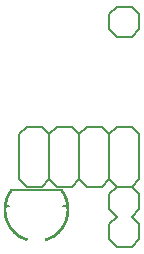
<source format=gtl>
G75*
%MOIN*%
%OFA0B0*%
%FSLAX25Y25*%
%IPPOS*%
%LPD*%
%AMOC8*
5,1,8,0,0,1.08239X$1,22.5*
%
%ADD10C,0.00600*%
%ADD11C,0.00800*%
%ADD12C,0.00070*%
%ADD13C,0.00700*%
D10*
X0019076Y0022550D02*
X0016576Y0025050D01*
X0016576Y0040050D01*
X0019076Y0042550D01*
X0024076Y0042550D01*
X0026576Y0040050D01*
X0026576Y0025050D01*
X0024076Y0022550D01*
X0019076Y0022550D01*
X0026576Y0025050D02*
X0029076Y0022550D01*
X0034076Y0022550D01*
X0036576Y0025050D01*
X0036576Y0040050D01*
X0034076Y0042550D01*
X0029076Y0042550D01*
X0026576Y0040050D01*
X0036576Y0040050D02*
X0039076Y0042550D01*
X0044076Y0042550D01*
X0046576Y0040050D01*
X0046576Y0025050D01*
X0044076Y0022550D01*
X0039076Y0022550D01*
X0036576Y0025050D01*
X0046576Y0025050D02*
X0049076Y0022550D01*
X0054076Y0022550D01*
X0056576Y0025050D01*
X0056576Y0040050D01*
X0054076Y0042550D01*
X0049076Y0042550D01*
X0046576Y0040050D01*
D11*
X0049076Y0022550D02*
X0054076Y0022550D01*
X0056576Y0020050D01*
X0056576Y0015050D01*
X0054076Y0012550D01*
X0056576Y0010050D01*
X0056576Y0005050D01*
X0054076Y0002550D01*
X0049076Y0002550D01*
X0046576Y0005050D01*
X0046576Y0010050D01*
X0049076Y0012550D01*
X0046576Y0015050D01*
X0046576Y0020050D01*
X0049076Y0022550D01*
X0049076Y0072550D02*
X0054076Y0072550D01*
X0056576Y0075050D01*
X0056576Y0080050D01*
X0054076Y0082550D01*
X0049076Y0082550D01*
X0046576Y0080050D01*
X0046576Y0075050D01*
X0049076Y0072550D01*
D12*
X0025422Y0004727D02*
X0025237Y0005329D01*
X0025237Y0005328D02*
X0025474Y0005405D01*
X0025709Y0005488D01*
X0025942Y0005577D01*
X0026172Y0005671D01*
X0026400Y0005771D01*
X0026626Y0005877D01*
X0026849Y0005987D01*
X0027069Y0006104D01*
X0027287Y0006226D01*
X0027501Y0006353D01*
X0027712Y0006485D01*
X0027920Y0006622D01*
X0028124Y0006765D01*
X0028325Y0006912D01*
X0028522Y0007064D01*
X0028716Y0007221D01*
X0028905Y0007383D01*
X0029091Y0007549D01*
X0029272Y0007720D01*
X0029449Y0007895D01*
X0029622Y0008074D01*
X0029790Y0008258D01*
X0029954Y0008445D01*
X0030114Y0008637D01*
X0030268Y0008832D01*
X0030418Y0009032D01*
X0030562Y0009234D01*
X0030702Y0009441D01*
X0030837Y0009650D01*
X0030966Y0009863D01*
X0031090Y0010079D01*
X0031209Y0010298D01*
X0031323Y0010519D01*
X0031431Y0010744D01*
X0031533Y0010971D01*
X0031630Y0011200D01*
X0031722Y0011432D01*
X0031807Y0011666D01*
X0031887Y0011902D01*
X0031961Y0012140D01*
X0032030Y0012379D01*
X0032092Y0012620D01*
X0032148Y0012863D01*
X0032199Y0013107D01*
X0032243Y0013352D01*
X0032282Y0013598D01*
X0032314Y0013845D01*
X0032341Y0014093D01*
X0032361Y0014341D01*
X0032376Y0014590D01*
X0032384Y0014839D01*
X0032386Y0015088D01*
X0032382Y0015337D01*
X0032372Y0015586D01*
X0032356Y0015834D01*
X0032334Y0016082D01*
X0032305Y0016330D01*
X0032271Y0016577D01*
X0032231Y0016822D01*
X0032184Y0017067D01*
X0032132Y0017311D01*
X0032074Y0017553D01*
X0032009Y0017794D01*
X0031939Y0018033D01*
X0031864Y0018270D01*
X0031782Y0018505D01*
X0031695Y0018739D01*
X0031602Y0018970D01*
X0031503Y0019198D01*
X0031399Y0019425D01*
X0031289Y0019648D01*
X0031174Y0019869D01*
X0031053Y0020087D01*
X0030927Y0020302D01*
X0030796Y0020514D01*
X0030660Y0020722D01*
X0030519Y0020928D01*
X0030373Y0021129D01*
X0030222Y0021327D01*
X0030716Y0021717D01*
X0030877Y0021507D01*
X0031032Y0021293D01*
X0031182Y0021075D01*
X0031327Y0020854D01*
X0031466Y0020629D01*
X0031600Y0020400D01*
X0031728Y0020169D01*
X0031850Y0019934D01*
X0031967Y0019697D01*
X0032078Y0019456D01*
X0032182Y0019214D01*
X0032281Y0018968D01*
X0032374Y0018720D01*
X0032461Y0018470D01*
X0032541Y0018218D01*
X0032616Y0017965D01*
X0032684Y0017709D01*
X0032746Y0017452D01*
X0032802Y0017193D01*
X0032851Y0016933D01*
X0032894Y0016672D01*
X0032930Y0016410D01*
X0032960Y0016147D01*
X0032984Y0015884D01*
X0033001Y0015620D01*
X0033012Y0015355D01*
X0033016Y0015091D01*
X0033014Y0014826D01*
X0033005Y0014562D01*
X0032990Y0014298D01*
X0032968Y0014034D01*
X0032940Y0013771D01*
X0032906Y0013509D01*
X0032865Y0013247D01*
X0032817Y0012987D01*
X0032764Y0012728D01*
X0032704Y0012470D01*
X0032638Y0012214D01*
X0032565Y0011960D01*
X0032486Y0011707D01*
X0032402Y0011457D01*
X0032311Y0011208D01*
X0032214Y0010962D01*
X0032111Y0010718D01*
X0032002Y0010477D01*
X0031887Y0010239D01*
X0031766Y0010003D01*
X0031640Y0009771D01*
X0031508Y0009542D01*
X0031371Y0009316D01*
X0031228Y0009093D01*
X0031079Y0008874D01*
X0030925Y0008659D01*
X0030766Y0008447D01*
X0030602Y0008240D01*
X0030433Y0008036D01*
X0030259Y0007837D01*
X0030080Y0007642D01*
X0029897Y0007451D01*
X0029709Y0007265D01*
X0029516Y0007084D01*
X0029319Y0006908D01*
X0029118Y0006736D01*
X0028912Y0006569D01*
X0028703Y0006408D01*
X0028489Y0006251D01*
X0028272Y0006100D01*
X0028052Y0005954D01*
X0027827Y0005814D01*
X0027600Y0005679D01*
X0027369Y0005550D01*
X0027135Y0005426D01*
X0026898Y0005308D01*
X0026658Y0005196D01*
X0026416Y0005090D01*
X0026171Y0004990D01*
X0025924Y0004896D01*
X0025674Y0004808D01*
X0025423Y0004726D01*
X0025403Y0004789D01*
X0025653Y0004871D01*
X0025901Y0004958D01*
X0026147Y0005052D01*
X0026391Y0005151D01*
X0026631Y0005257D01*
X0026870Y0005368D01*
X0027105Y0005485D01*
X0027338Y0005608D01*
X0027567Y0005736D01*
X0027793Y0005870D01*
X0028016Y0006010D01*
X0028235Y0006155D01*
X0028451Y0006305D01*
X0028663Y0006460D01*
X0028871Y0006621D01*
X0029076Y0006787D01*
X0029276Y0006957D01*
X0029471Y0007133D01*
X0029663Y0007313D01*
X0029850Y0007498D01*
X0030032Y0007687D01*
X0030210Y0007881D01*
X0030383Y0008079D01*
X0030551Y0008281D01*
X0030714Y0008488D01*
X0030872Y0008698D01*
X0031025Y0008912D01*
X0031173Y0009129D01*
X0031315Y0009351D01*
X0031451Y0009575D01*
X0031582Y0009803D01*
X0031708Y0010034D01*
X0031828Y0010268D01*
X0031942Y0010505D01*
X0032050Y0010745D01*
X0032153Y0010987D01*
X0032249Y0011232D01*
X0032339Y0011479D01*
X0032424Y0011728D01*
X0032502Y0011979D01*
X0032574Y0012231D01*
X0032640Y0012486D01*
X0032699Y0012742D01*
X0032753Y0013000D01*
X0032800Y0013258D01*
X0032840Y0013518D01*
X0032875Y0013779D01*
X0032902Y0014040D01*
X0032924Y0014302D01*
X0032939Y0014565D01*
X0032948Y0014828D01*
X0032950Y0015091D01*
X0032946Y0015353D01*
X0032935Y0015616D01*
X0032918Y0015879D01*
X0032895Y0016140D01*
X0032865Y0016402D01*
X0032828Y0016662D01*
X0032786Y0016922D01*
X0032737Y0017180D01*
X0032682Y0017437D01*
X0032620Y0017693D01*
X0032552Y0017947D01*
X0032478Y0018199D01*
X0032398Y0018449D01*
X0032312Y0018698D01*
X0032220Y0018944D01*
X0032122Y0019188D01*
X0032017Y0019429D01*
X0031907Y0019668D01*
X0031791Y0019904D01*
X0031670Y0020137D01*
X0031543Y0020367D01*
X0031410Y0020594D01*
X0031271Y0020818D01*
X0031128Y0021038D01*
X0030978Y0021255D01*
X0030824Y0021467D01*
X0030664Y0021676D01*
X0030613Y0021636D01*
X0030771Y0021428D01*
X0030925Y0021216D01*
X0031073Y0021001D01*
X0031216Y0020782D01*
X0031353Y0020560D01*
X0031485Y0020335D01*
X0031612Y0020106D01*
X0031733Y0019874D01*
X0031848Y0019640D01*
X0031957Y0019402D01*
X0032061Y0019162D01*
X0032158Y0018920D01*
X0032250Y0018675D01*
X0032336Y0018428D01*
X0032415Y0018180D01*
X0032489Y0017929D01*
X0032556Y0017676D01*
X0032617Y0017422D01*
X0032672Y0017167D01*
X0032721Y0016910D01*
X0032763Y0016652D01*
X0032799Y0016393D01*
X0032829Y0016134D01*
X0032852Y0015873D01*
X0032869Y0015613D01*
X0032880Y0015352D01*
X0032884Y0015090D01*
X0032882Y0014829D01*
X0032873Y0014568D01*
X0032858Y0014307D01*
X0032837Y0014046D01*
X0032809Y0013787D01*
X0032775Y0013527D01*
X0032735Y0013269D01*
X0032688Y0013012D01*
X0032635Y0012756D01*
X0032576Y0012502D01*
X0032510Y0012249D01*
X0032439Y0011997D01*
X0032361Y0011748D01*
X0032277Y0011500D01*
X0032187Y0011255D01*
X0032091Y0011012D01*
X0031990Y0010771D01*
X0031882Y0010533D01*
X0031769Y0010298D01*
X0031650Y0010065D01*
X0031525Y0009835D01*
X0031395Y0009609D01*
X0031259Y0009386D01*
X0031117Y0009166D01*
X0030971Y0008950D01*
X0030819Y0008737D01*
X0030662Y0008528D01*
X0030500Y0008323D01*
X0030333Y0008122D01*
X0030161Y0007925D01*
X0029984Y0007733D01*
X0029803Y0007544D01*
X0029617Y0007361D01*
X0029427Y0007182D01*
X0029232Y0007007D01*
X0029033Y0006838D01*
X0028831Y0006673D01*
X0028624Y0006513D01*
X0028413Y0006359D01*
X0028199Y0006209D01*
X0027980Y0006065D01*
X0027759Y0005927D01*
X0027534Y0005793D01*
X0027306Y0005666D01*
X0027075Y0005544D01*
X0026841Y0005427D01*
X0026604Y0005317D01*
X0026365Y0005212D01*
X0026123Y0005113D01*
X0025879Y0005020D01*
X0025632Y0004933D01*
X0025384Y0004852D01*
X0025365Y0004915D01*
X0025611Y0004996D01*
X0025856Y0005082D01*
X0026099Y0005174D01*
X0026339Y0005273D01*
X0026577Y0005377D01*
X0026813Y0005487D01*
X0027045Y0005603D01*
X0027275Y0005724D01*
X0027501Y0005851D01*
X0027725Y0005983D01*
X0027945Y0006121D01*
X0028162Y0006264D01*
X0028375Y0006413D01*
X0028584Y0006566D01*
X0028790Y0006725D01*
X0028991Y0006888D01*
X0029189Y0007057D01*
X0029382Y0007230D01*
X0029571Y0007408D01*
X0029756Y0007591D01*
X0029936Y0007778D01*
X0030112Y0007969D01*
X0030283Y0008165D01*
X0030449Y0008365D01*
X0030610Y0008568D01*
X0030766Y0008776D01*
X0030917Y0008987D01*
X0031062Y0009202D01*
X0031203Y0009421D01*
X0031338Y0009643D01*
X0031467Y0009868D01*
X0031591Y0010096D01*
X0031710Y0010327D01*
X0031822Y0010561D01*
X0031929Y0010798D01*
X0032030Y0011037D01*
X0032126Y0011279D01*
X0032215Y0011522D01*
X0032298Y0011768D01*
X0032375Y0012016D01*
X0032447Y0012266D01*
X0032512Y0012518D01*
X0032570Y0012770D01*
X0032623Y0013025D01*
X0032669Y0013280D01*
X0032710Y0013537D01*
X0032743Y0013794D01*
X0032771Y0014053D01*
X0032792Y0014311D01*
X0032807Y0014571D01*
X0032816Y0014830D01*
X0032818Y0015090D01*
X0032814Y0015350D01*
X0032803Y0015609D01*
X0032786Y0015868D01*
X0032763Y0016127D01*
X0032734Y0016385D01*
X0032698Y0016642D01*
X0032656Y0016898D01*
X0032608Y0017154D01*
X0032553Y0017407D01*
X0032492Y0017660D01*
X0032425Y0017911D01*
X0032352Y0018160D01*
X0032273Y0018407D01*
X0032188Y0018653D01*
X0032097Y0018896D01*
X0032000Y0019137D01*
X0031897Y0019375D01*
X0031788Y0019611D01*
X0031674Y0019844D01*
X0031554Y0020075D01*
X0031428Y0020302D01*
X0031297Y0020526D01*
X0031160Y0020747D01*
X0031018Y0020964D01*
X0030871Y0021178D01*
X0030718Y0021388D01*
X0030561Y0021595D01*
X0030509Y0021554D01*
X0030666Y0021349D01*
X0030817Y0021140D01*
X0030963Y0020927D01*
X0031105Y0020711D01*
X0031240Y0020492D01*
X0031371Y0020269D01*
X0031496Y0020043D01*
X0031615Y0019814D01*
X0031729Y0019583D01*
X0031837Y0019348D01*
X0031939Y0019111D01*
X0032035Y0018872D01*
X0032126Y0018630D01*
X0032211Y0018386D01*
X0032289Y0018141D01*
X0032362Y0017893D01*
X0032428Y0017644D01*
X0032489Y0017393D01*
X0032543Y0017140D01*
X0032591Y0016887D01*
X0032633Y0016632D01*
X0032668Y0016377D01*
X0032698Y0016120D01*
X0032721Y0015863D01*
X0032737Y0015606D01*
X0032748Y0015348D01*
X0032752Y0015090D01*
X0032750Y0014832D01*
X0032741Y0014574D01*
X0032726Y0014316D01*
X0032705Y0014059D01*
X0032678Y0013802D01*
X0032644Y0013546D01*
X0032604Y0013291D01*
X0032558Y0013037D01*
X0032506Y0012785D01*
X0032447Y0012533D01*
X0032383Y0012283D01*
X0032312Y0012035D01*
X0032235Y0011789D01*
X0032153Y0011544D01*
X0032064Y0011302D01*
X0031969Y0011062D01*
X0031869Y0010824D01*
X0031763Y0010589D01*
X0031651Y0010356D01*
X0031533Y0010127D01*
X0031410Y0009900D01*
X0031281Y0009676D01*
X0031147Y0009456D01*
X0031007Y0009239D01*
X0030863Y0009025D01*
X0030713Y0008815D01*
X0030558Y0008609D01*
X0030398Y0008406D01*
X0030233Y0008208D01*
X0030063Y0008013D01*
X0029888Y0007823D01*
X0029709Y0007637D01*
X0029526Y0007456D01*
X0029338Y0007279D01*
X0029146Y0007107D01*
X0028949Y0006939D01*
X0028749Y0006777D01*
X0028545Y0006619D01*
X0028336Y0006466D01*
X0028125Y0006319D01*
X0027909Y0006177D01*
X0027691Y0006040D01*
X0027469Y0005908D01*
X0027243Y0005782D01*
X0027015Y0005661D01*
X0026784Y0005546D01*
X0026550Y0005437D01*
X0026314Y0005334D01*
X0026075Y0005236D01*
X0025834Y0005144D01*
X0025590Y0005058D01*
X0025345Y0004978D01*
X0025326Y0005041D01*
X0025569Y0005121D01*
X0025811Y0005206D01*
X0026051Y0005297D01*
X0026288Y0005395D01*
X0026523Y0005497D01*
X0026756Y0005606D01*
X0026985Y0005720D01*
X0027212Y0005840D01*
X0027436Y0005965D01*
X0027656Y0006096D01*
X0027874Y0006232D01*
X0028088Y0006374D01*
X0028298Y0006520D01*
X0028505Y0006672D01*
X0028708Y0006828D01*
X0028907Y0006990D01*
X0029102Y0007156D01*
X0029293Y0007328D01*
X0029480Y0007503D01*
X0029662Y0007684D01*
X0029840Y0007868D01*
X0030014Y0008057D01*
X0030182Y0008251D01*
X0030346Y0008448D01*
X0030505Y0008649D01*
X0030659Y0008854D01*
X0030808Y0009063D01*
X0030952Y0009275D01*
X0031091Y0009491D01*
X0031224Y0009710D01*
X0031352Y0009932D01*
X0031475Y0010158D01*
X0031591Y0010386D01*
X0031703Y0010617D01*
X0031808Y0010851D01*
X0031908Y0011087D01*
X0032002Y0011325D01*
X0032090Y0011566D01*
X0032173Y0011809D01*
X0032249Y0012054D01*
X0032319Y0012301D01*
X0032383Y0012549D01*
X0032441Y0012799D01*
X0032493Y0013050D01*
X0032539Y0013302D01*
X0032579Y0013556D01*
X0032612Y0013810D01*
X0032640Y0014065D01*
X0032661Y0014320D01*
X0032675Y0014577D01*
X0032684Y0014833D01*
X0032686Y0015089D01*
X0032682Y0015346D01*
X0032671Y0015602D01*
X0032655Y0015858D01*
X0032632Y0016113D01*
X0032603Y0016368D01*
X0032567Y0016622D01*
X0032526Y0016875D01*
X0032478Y0017127D01*
X0032424Y0017378D01*
X0032364Y0017627D01*
X0032298Y0017875D01*
X0032226Y0018121D01*
X0032148Y0018365D01*
X0032064Y0018608D01*
X0031974Y0018848D01*
X0031878Y0019086D01*
X0031777Y0019321D01*
X0031669Y0019554D01*
X0031556Y0019784D01*
X0031438Y0020012D01*
X0031314Y0020236D01*
X0031184Y0020458D01*
X0031049Y0020676D01*
X0030909Y0020890D01*
X0030763Y0021102D01*
X0030613Y0021309D01*
X0030457Y0021513D01*
X0030405Y0021472D01*
X0030560Y0021270D01*
X0030710Y0021063D01*
X0030854Y0020853D01*
X0030993Y0020640D01*
X0031128Y0020423D01*
X0031256Y0020203D01*
X0031380Y0019980D01*
X0031497Y0019754D01*
X0031610Y0019526D01*
X0031716Y0019294D01*
X0031817Y0019060D01*
X0031913Y0018824D01*
X0032002Y0018585D01*
X0032085Y0018344D01*
X0032163Y0018102D01*
X0032235Y0017857D01*
X0032300Y0017611D01*
X0032360Y0017363D01*
X0032414Y0017114D01*
X0032461Y0016864D01*
X0032502Y0016612D01*
X0032537Y0016360D01*
X0032566Y0016107D01*
X0032589Y0015853D01*
X0032606Y0015598D01*
X0032616Y0015344D01*
X0032620Y0015089D01*
X0032618Y0014834D01*
X0032609Y0014579D01*
X0032595Y0014325D01*
X0032574Y0014071D01*
X0032547Y0013818D01*
X0032514Y0013565D01*
X0032474Y0013313D01*
X0032429Y0013062D01*
X0032377Y0012813D01*
X0032319Y0012565D01*
X0032255Y0012318D01*
X0032186Y0012073D01*
X0032110Y0011830D01*
X0032028Y0011588D01*
X0031940Y0011349D01*
X0031847Y0011112D01*
X0031748Y0010877D01*
X0031643Y0010645D01*
X0031532Y0010415D01*
X0031416Y0010188D01*
X0031295Y0009964D01*
X0031167Y0009744D01*
X0031035Y0009526D01*
X0030897Y0009311D01*
X0030754Y0009100D01*
X0030606Y0008893D01*
X0030453Y0008689D01*
X0030295Y0008489D01*
X0030132Y0008293D01*
X0029965Y0008101D01*
X0029792Y0007914D01*
X0029616Y0007730D01*
X0029434Y0007551D01*
X0029249Y0007376D01*
X0029059Y0007206D01*
X0028865Y0007041D01*
X0028667Y0006880D01*
X0028465Y0006725D01*
X0028260Y0006574D01*
X0028051Y0006428D01*
X0027838Y0006288D01*
X0027622Y0006152D01*
X0027403Y0006023D01*
X0027181Y0005898D01*
X0026955Y0005779D01*
X0026727Y0005665D01*
X0026496Y0005558D01*
X0026263Y0005455D01*
X0026027Y0005359D01*
X0025789Y0005268D01*
X0025548Y0005183D01*
X0025306Y0005104D01*
X0025287Y0005168D01*
X0025527Y0005246D01*
X0025766Y0005330D01*
X0026003Y0005420D01*
X0026237Y0005516D01*
X0026469Y0005618D01*
X0026699Y0005725D01*
X0026925Y0005838D01*
X0027149Y0005956D01*
X0027370Y0006080D01*
X0027588Y0006209D01*
X0027803Y0006343D01*
X0028014Y0006483D01*
X0028222Y0006628D01*
X0028426Y0006777D01*
X0028626Y0006932D01*
X0028823Y0007092D01*
X0029016Y0007256D01*
X0029204Y0007425D01*
X0029389Y0007599D01*
X0029569Y0007777D01*
X0029744Y0007959D01*
X0029915Y0008146D01*
X0030082Y0008336D01*
X0030244Y0008531D01*
X0030401Y0008730D01*
X0030553Y0008932D01*
X0030700Y0009138D01*
X0030842Y0009348D01*
X0030979Y0009561D01*
X0031111Y0009777D01*
X0031237Y0009997D01*
X0031358Y0010219D01*
X0031473Y0010445D01*
X0031583Y0010673D01*
X0031687Y0010904D01*
X0031786Y0011137D01*
X0031879Y0011372D01*
X0031966Y0011610D01*
X0032047Y0011850D01*
X0032122Y0012092D01*
X0032192Y0012335D01*
X0032255Y0012580D01*
X0032313Y0012827D01*
X0032364Y0013075D01*
X0032409Y0013324D01*
X0032448Y0013574D01*
X0032481Y0013825D01*
X0032508Y0014077D01*
X0032529Y0014330D01*
X0032543Y0014582D01*
X0032552Y0014835D01*
X0032554Y0015089D01*
X0032550Y0015342D01*
X0032540Y0015595D01*
X0032523Y0015848D01*
X0032501Y0016100D01*
X0032472Y0016351D01*
X0032437Y0016602D01*
X0032396Y0016852D01*
X0032349Y0017101D01*
X0032296Y0017348D01*
X0032236Y0017595D01*
X0032171Y0017839D01*
X0032100Y0018082D01*
X0032023Y0018323D01*
X0031940Y0018563D01*
X0031851Y0018800D01*
X0031756Y0019035D01*
X0031656Y0019267D01*
X0031550Y0019497D01*
X0031439Y0019725D01*
X0031322Y0019949D01*
X0031199Y0020171D01*
X0031071Y0020389D01*
X0030938Y0020604D01*
X0030799Y0020817D01*
X0030656Y0021025D01*
X0030507Y0021230D01*
X0030353Y0021431D01*
X0030302Y0021390D01*
X0030454Y0021190D01*
X0030602Y0020987D01*
X0030745Y0020780D01*
X0030882Y0020569D01*
X0031015Y0020355D01*
X0031142Y0020138D01*
X0031263Y0019918D01*
X0031380Y0019695D01*
X0031491Y0019469D01*
X0031596Y0019240D01*
X0031696Y0019009D01*
X0031790Y0018776D01*
X0031878Y0018540D01*
X0031960Y0018302D01*
X0032037Y0018063D01*
X0032108Y0017821D01*
X0032172Y0017578D01*
X0032231Y0017334D01*
X0032284Y0017088D01*
X0032331Y0016840D01*
X0032372Y0016592D01*
X0032406Y0016343D01*
X0032435Y0016093D01*
X0032457Y0015842D01*
X0032474Y0015591D01*
X0032484Y0015340D01*
X0032488Y0015088D01*
X0032486Y0014837D01*
X0032477Y0014585D01*
X0032463Y0014334D01*
X0032442Y0014083D01*
X0032416Y0013833D01*
X0032383Y0013584D01*
X0032344Y0013335D01*
X0032299Y0013088D01*
X0032248Y0012841D01*
X0032191Y0012596D01*
X0032128Y0012353D01*
X0032059Y0012111D01*
X0031984Y0011870D01*
X0031904Y0011632D01*
X0031817Y0011396D01*
X0031725Y0011162D01*
X0031627Y0010930D01*
X0031523Y0010701D01*
X0031414Y0010474D01*
X0031300Y0010250D01*
X0031179Y0010029D01*
X0031054Y0009811D01*
X0030923Y0009596D01*
X0030787Y0009384D01*
X0030646Y0009176D01*
X0030500Y0008971D01*
X0030349Y0008770D01*
X0030193Y0008573D01*
X0030032Y0008379D01*
X0029866Y0008190D01*
X0029696Y0008004D01*
X0029522Y0007823D01*
X0029343Y0007646D01*
X0029160Y0007474D01*
X0028972Y0007306D01*
X0028781Y0007143D01*
X0028585Y0006984D01*
X0028386Y0006830D01*
X0028183Y0006681D01*
X0027977Y0006538D01*
X0027767Y0006399D01*
X0027554Y0006265D01*
X0027337Y0006137D01*
X0027118Y0006014D01*
X0026895Y0005897D01*
X0026670Y0005785D01*
X0026442Y0005678D01*
X0026212Y0005577D01*
X0025979Y0005482D01*
X0025744Y0005392D01*
X0025506Y0005309D01*
X0025267Y0005231D01*
X0025248Y0005294D01*
X0025485Y0005371D01*
X0025721Y0005454D01*
X0025955Y0005543D01*
X0026186Y0005638D01*
X0026415Y0005738D01*
X0026642Y0005844D01*
X0026865Y0005955D01*
X0027086Y0006072D01*
X0027305Y0006194D01*
X0027520Y0006322D01*
X0027731Y0006454D01*
X0027940Y0006592D01*
X0028145Y0006735D01*
X0028347Y0006883D01*
X0028545Y0007036D01*
X0028739Y0007193D01*
X0028929Y0007356D01*
X0029115Y0007522D01*
X0029297Y0007694D01*
X0029475Y0007869D01*
X0029648Y0008050D01*
X0029817Y0008234D01*
X0029982Y0008422D01*
X0030141Y0008614D01*
X0030296Y0008810D01*
X0030447Y0009010D01*
X0030592Y0009214D01*
X0030732Y0009421D01*
X0030867Y0009631D01*
X0030997Y0009845D01*
X0031122Y0010061D01*
X0031241Y0010281D01*
X0031355Y0010503D01*
X0031464Y0010729D01*
X0031566Y0010956D01*
X0031664Y0011187D01*
X0031755Y0011419D01*
X0031841Y0011654D01*
X0031922Y0011891D01*
X0031996Y0012129D01*
X0032064Y0012370D01*
X0032127Y0012612D01*
X0032184Y0012855D01*
X0032234Y0013100D01*
X0032279Y0013346D01*
X0032318Y0013593D01*
X0032350Y0013841D01*
X0032377Y0014089D01*
X0032397Y0014339D01*
X0032412Y0014588D01*
X0032420Y0014838D01*
X0032422Y0015088D01*
X0032418Y0015338D01*
X0032408Y0015588D01*
X0032392Y0015837D01*
X0032369Y0016086D01*
X0032341Y0016335D01*
X0032307Y0016582D01*
X0032266Y0016829D01*
X0032220Y0017074D01*
X0032167Y0017319D01*
X0032109Y0017562D01*
X0032044Y0017803D01*
X0031974Y0018043D01*
X0031898Y0018281D01*
X0031816Y0018518D01*
X0031728Y0018752D01*
X0031635Y0018984D01*
X0031536Y0019213D01*
X0031431Y0019440D01*
X0031321Y0019665D01*
X0031205Y0019886D01*
X0031084Y0020105D01*
X0030958Y0020321D01*
X0030827Y0020533D01*
X0030690Y0020743D01*
X0030548Y0020949D01*
X0030401Y0021151D01*
X0030250Y0021350D01*
X0013684Y0021717D02*
X0014179Y0021327D01*
X0014179Y0021328D02*
X0014027Y0021129D01*
X0013881Y0020928D01*
X0013740Y0020723D01*
X0013604Y0020514D01*
X0013473Y0020302D01*
X0013347Y0020087D01*
X0013226Y0019869D01*
X0013111Y0019648D01*
X0013001Y0019425D01*
X0012897Y0019199D01*
X0012799Y0018970D01*
X0012705Y0018739D01*
X0012618Y0018505D01*
X0012536Y0018270D01*
X0012461Y0018033D01*
X0012391Y0017794D01*
X0012326Y0017553D01*
X0012268Y0017311D01*
X0012216Y0017067D01*
X0012169Y0016823D01*
X0012129Y0016577D01*
X0012095Y0016330D01*
X0012066Y0016083D01*
X0012044Y0015835D01*
X0012028Y0015586D01*
X0012018Y0015337D01*
X0012014Y0015088D01*
X0012016Y0014839D01*
X0012024Y0014590D01*
X0012039Y0014341D01*
X0012059Y0014093D01*
X0012085Y0013845D01*
X0012118Y0013598D01*
X0012156Y0013352D01*
X0012201Y0013107D01*
X0012252Y0012863D01*
X0012308Y0012621D01*
X0012370Y0012379D01*
X0012439Y0012140D01*
X0012513Y0011902D01*
X0012593Y0011666D01*
X0012678Y0011432D01*
X0012770Y0011200D01*
X0012866Y0010971D01*
X0012969Y0010744D01*
X0013077Y0010520D01*
X0013191Y0010298D01*
X0013310Y0010079D01*
X0013434Y0009863D01*
X0013563Y0009650D01*
X0013698Y0009441D01*
X0013838Y0009234D01*
X0013982Y0009032D01*
X0014132Y0008833D01*
X0014286Y0008637D01*
X0014446Y0008446D01*
X0014609Y0008258D01*
X0014778Y0008074D01*
X0014951Y0007895D01*
X0015128Y0007720D01*
X0015309Y0007549D01*
X0015495Y0007383D01*
X0015684Y0007221D01*
X0015878Y0007064D01*
X0016075Y0006912D01*
X0016276Y0006765D01*
X0016480Y0006622D01*
X0016688Y0006485D01*
X0016899Y0006353D01*
X0017113Y0006226D01*
X0017331Y0006104D01*
X0017551Y0005988D01*
X0017774Y0005877D01*
X0017999Y0005771D01*
X0018228Y0005671D01*
X0018458Y0005577D01*
X0018691Y0005488D01*
X0018926Y0005405D01*
X0019163Y0005328D01*
X0018977Y0004727D01*
X0018977Y0004726D01*
X0018725Y0004808D01*
X0018476Y0004896D01*
X0018229Y0004990D01*
X0017984Y0005090D01*
X0017741Y0005196D01*
X0017502Y0005308D01*
X0017265Y0005426D01*
X0017031Y0005550D01*
X0016800Y0005679D01*
X0016572Y0005814D01*
X0016348Y0005954D01*
X0016128Y0006100D01*
X0015910Y0006251D01*
X0015697Y0006408D01*
X0015488Y0006569D01*
X0015282Y0006736D01*
X0015081Y0006908D01*
X0014884Y0007084D01*
X0014691Y0007266D01*
X0014503Y0007452D01*
X0014319Y0007642D01*
X0014141Y0007837D01*
X0013967Y0008036D01*
X0013798Y0008240D01*
X0013633Y0008447D01*
X0013474Y0008659D01*
X0013321Y0008874D01*
X0013172Y0009093D01*
X0013029Y0009316D01*
X0012892Y0009542D01*
X0012760Y0009771D01*
X0012634Y0010004D01*
X0012513Y0010239D01*
X0012398Y0010477D01*
X0012289Y0010718D01*
X0012186Y0010962D01*
X0012089Y0011208D01*
X0011998Y0011457D01*
X0011914Y0011707D01*
X0011835Y0011960D01*
X0011762Y0012214D01*
X0011696Y0012470D01*
X0011636Y0012728D01*
X0011583Y0012987D01*
X0011535Y0013248D01*
X0011494Y0013509D01*
X0011460Y0013771D01*
X0011432Y0014034D01*
X0011410Y0014298D01*
X0011395Y0014562D01*
X0011386Y0014826D01*
X0011384Y0015091D01*
X0011388Y0015356D01*
X0011399Y0015620D01*
X0011416Y0015884D01*
X0011440Y0016147D01*
X0011470Y0016410D01*
X0011506Y0016672D01*
X0011549Y0016933D01*
X0011599Y0017193D01*
X0011654Y0017452D01*
X0011716Y0017709D01*
X0011784Y0017965D01*
X0011859Y0018219D01*
X0011939Y0018471D01*
X0012026Y0018721D01*
X0012119Y0018968D01*
X0012218Y0019214D01*
X0012322Y0019457D01*
X0012433Y0019697D01*
X0012550Y0019934D01*
X0012672Y0020169D01*
X0012800Y0020400D01*
X0012934Y0020629D01*
X0013073Y0020854D01*
X0013218Y0021075D01*
X0013368Y0021293D01*
X0013523Y0021507D01*
X0013684Y0021718D01*
X0013736Y0021677D01*
X0013576Y0021468D01*
X0013422Y0021255D01*
X0013273Y0021038D01*
X0013129Y0020818D01*
X0012990Y0020595D01*
X0012858Y0020368D01*
X0012730Y0020138D01*
X0012609Y0019904D01*
X0012493Y0019668D01*
X0012383Y0019430D01*
X0012278Y0019188D01*
X0012180Y0018944D01*
X0012088Y0018698D01*
X0012002Y0018450D01*
X0011922Y0018199D01*
X0011848Y0017947D01*
X0011780Y0017693D01*
X0011718Y0017437D01*
X0011663Y0017180D01*
X0011614Y0016922D01*
X0011572Y0016662D01*
X0011535Y0016402D01*
X0011505Y0016141D01*
X0011482Y0015879D01*
X0011465Y0015616D01*
X0011454Y0015354D01*
X0011450Y0015091D01*
X0011452Y0014828D01*
X0011461Y0014565D01*
X0011476Y0014302D01*
X0011498Y0014040D01*
X0011525Y0013779D01*
X0011560Y0013518D01*
X0011600Y0013258D01*
X0011647Y0013000D01*
X0011701Y0012742D01*
X0011760Y0012486D01*
X0011826Y0012232D01*
X0011898Y0011979D01*
X0011976Y0011728D01*
X0012061Y0011479D01*
X0012151Y0011232D01*
X0012247Y0010987D01*
X0012350Y0010745D01*
X0012458Y0010505D01*
X0012572Y0010268D01*
X0012692Y0010034D01*
X0012817Y0009803D01*
X0012949Y0009575D01*
X0013085Y0009351D01*
X0013227Y0009130D01*
X0013375Y0008912D01*
X0013528Y0008698D01*
X0013686Y0008488D01*
X0013849Y0008281D01*
X0014017Y0008079D01*
X0014190Y0007881D01*
X0014367Y0007687D01*
X0014550Y0007498D01*
X0014737Y0007313D01*
X0014928Y0007133D01*
X0015124Y0006957D01*
X0015324Y0006787D01*
X0015528Y0006621D01*
X0015737Y0006461D01*
X0015949Y0006305D01*
X0016164Y0006155D01*
X0016384Y0006010D01*
X0016607Y0005870D01*
X0016833Y0005736D01*
X0017062Y0005608D01*
X0017295Y0005485D01*
X0017530Y0005368D01*
X0017768Y0005257D01*
X0018009Y0005151D01*
X0018253Y0005052D01*
X0018498Y0004958D01*
X0018746Y0004871D01*
X0018996Y0004789D01*
X0019016Y0004852D01*
X0018767Y0004933D01*
X0018521Y0005020D01*
X0018277Y0005113D01*
X0018035Y0005212D01*
X0017796Y0005317D01*
X0017559Y0005427D01*
X0017325Y0005544D01*
X0017094Y0005666D01*
X0016866Y0005794D01*
X0016641Y0005927D01*
X0016419Y0006065D01*
X0016201Y0006209D01*
X0015987Y0006359D01*
X0015776Y0006513D01*
X0015569Y0006673D01*
X0015366Y0006838D01*
X0015168Y0007007D01*
X0014973Y0007182D01*
X0014783Y0007361D01*
X0014597Y0007544D01*
X0014416Y0007733D01*
X0014239Y0007925D01*
X0014067Y0008122D01*
X0013900Y0008323D01*
X0013738Y0008528D01*
X0013581Y0008737D01*
X0013429Y0008950D01*
X0013282Y0009166D01*
X0013141Y0009386D01*
X0013005Y0009609D01*
X0012875Y0009836D01*
X0012750Y0010065D01*
X0012631Y0010298D01*
X0012518Y0010533D01*
X0012410Y0010771D01*
X0012309Y0011012D01*
X0012213Y0011255D01*
X0012123Y0011501D01*
X0012039Y0011748D01*
X0011961Y0011998D01*
X0011890Y0012249D01*
X0011824Y0012502D01*
X0011765Y0012756D01*
X0011712Y0013012D01*
X0011665Y0013269D01*
X0011625Y0013528D01*
X0011591Y0013787D01*
X0011563Y0014047D01*
X0011542Y0014307D01*
X0011527Y0014568D01*
X0011518Y0014829D01*
X0011516Y0015090D01*
X0011520Y0015352D01*
X0011531Y0015613D01*
X0011548Y0015874D01*
X0011571Y0016134D01*
X0011601Y0016393D01*
X0011637Y0016652D01*
X0011679Y0016910D01*
X0011728Y0017167D01*
X0011783Y0017422D01*
X0011844Y0017676D01*
X0011911Y0017929D01*
X0011985Y0018180D01*
X0012064Y0018429D01*
X0012150Y0018676D01*
X0012242Y0018920D01*
X0012339Y0019163D01*
X0012443Y0019403D01*
X0012552Y0019640D01*
X0012667Y0019874D01*
X0012788Y0020106D01*
X0012915Y0020335D01*
X0013047Y0020560D01*
X0013184Y0020783D01*
X0013327Y0021001D01*
X0013475Y0021217D01*
X0013629Y0021428D01*
X0013787Y0021636D01*
X0013839Y0021595D01*
X0013682Y0021389D01*
X0013529Y0021178D01*
X0013382Y0020964D01*
X0013240Y0020747D01*
X0013103Y0020526D01*
X0012972Y0020302D01*
X0012846Y0020075D01*
X0012726Y0019845D01*
X0012612Y0019611D01*
X0012503Y0019376D01*
X0012400Y0019137D01*
X0012303Y0018896D01*
X0012212Y0018653D01*
X0012127Y0018408D01*
X0012048Y0018160D01*
X0011975Y0017911D01*
X0011908Y0017660D01*
X0011847Y0017408D01*
X0011793Y0017154D01*
X0011744Y0016899D01*
X0011702Y0016642D01*
X0011666Y0016385D01*
X0011637Y0016127D01*
X0011614Y0015868D01*
X0011597Y0015609D01*
X0011586Y0015350D01*
X0011582Y0015090D01*
X0011584Y0014830D01*
X0011593Y0014571D01*
X0011608Y0014312D01*
X0011629Y0014053D01*
X0011656Y0013795D01*
X0011690Y0013537D01*
X0011731Y0013280D01*
X0011777Y0013025D01*
X0011830Y0012771D01*
X0011888Y0012518D01*
X0011953Y0012266D01*
X0012025Y0012016D01*
X0012102Y0011769D01*
X0012185Y0011523D01*
X0012274Y0011279D01*
X0012370Y0011037D01*
X0012471Y0010798D01*
X0012578Y0010561D01*
X0012690Y0010327D01*
X0012809Y0010096D01*
X0012933Y0009868D01*
X0013062Y0009643D01*
X0013197Y0009421D01*
X0013338Y0009202D01*
X0013483Y0008987D01*
X0013634Y0008776D01*
X0013790Y0008568D01*
X0013951Y0008365D01*
X0014117Y0008165D01*
X0014288Y0007969D01*
X0014464Y0007778D01*
X0014644Y0007591D01*
X0014828Y0007408D01*
X0015018Y0007230D01*
X0015211Y0007057D01*
X0015409Y0006888D01*
X0015610Y0006725D01*
X0015816Y0006566D01*
X0016025Y0006413D01*
X0016238Y0006264D01*
X0016455Y0006121D01*
X0016675Y0005983D01*
X0016899Y0005851D01*
X0017125Y0005724D01*
X0017355Y0005603D01*
X0017587Y0005487D01*
X0017823Y0005377D01*
X0018060Y0005273D01*
X0018301Y0005175D01*
X0018544Y0005082D01*
X0018788Y0004996D01*
X0019035Y0004915D01*
X0019055Y0004978D01*
X0018809Y0005058D01*
X0018566Y0005144D01*
X0018325Y0005236D01*
X0018086Y0005334D01*
X0017850Y0005437D01*
X0017616Y0005546D01*
X0017385Y0005661D01*
X0017156Y0005782D01*
X0016931Y0005908D01*
X0016709Y0006040D01*
X0016491Y0006177D01*
X0016275Y0006319D01*
X0016063Y0006466D01*
X0015855Y0006619D01*
X0015651Y0006777D01*
X0015451Y0006939D01*
X0015254Y0007107D01*
X0015062Y0007279D01*
X0014874Y0007456D01*
X0014691Y0007637D01*
X0014512Y0007823D01*
X0014337Y0008013D01*
X0014167Y0008208D01*
X0014002Y0008406D01*
X0013842Y0008609D01*
X0013687Y0008815D01*
X0013537Y0009025D01*
X0013393Y0009239D01*
X0013253Y0009456D01*
X0013119Y0009676D01*
X0012990Y0009900D01*
X0012867Y0010127D01*
X0012749Y0010357D01*
X0012637Y0010589D01*
X0012531Y0010824D01*
X0012431Y0011062D01*
X0012336Y0011302D01*
X0012247Y0011544D01*
X0012165Y0011789D01*
X0012088Y0012035D01*
X0012017Y0012284D01*
X0011953Y0012533D01*
X0011894Y0012785D01*
X0011842Y0013037D01*
X0011796Y0013291D01*
X0011756Y0013546D01*
X0011722Y0013802D01*
X0011695Y0014059D01*
X0011674Y0014316D01*
X0011659Y0014574D01*
X0011650Y0014832D01*
X0011648Y0015090D01*
X0011652Y0015348D01*
X0011663Y0015606D01*
X0011679Y0015863D01*
X0011702Y0016120D01*
X0011732Y0016377D01*
X0011767Y0016632D01*
X0011809Y0016887D01*
X0011857Y0017141D01*
X0011911Y0017393D01*
X0011972Y0017644D01*
X0012038Y0017893D01*
X0012111Y0018141D01*
X0012189Y0018387D01*
X0012274Y0018630D01*
X0012365Y0018872D01*
X0012461Y0019112D01*
X0012563Y0019348D01*
X0012671Y0019583D01*
X0012785Y0019815D01*
X0012904Y0020043D01*
X0013029Y0020269D01*
X0013160Y0020492D01*
X0013296Y0020711D01*
X0013437Y0020927D01*
X0013583Y0021140D01*
X0013735Y0021349D01*
X0013891Y0021554D01*
X0013943Y0021513D01*
X0013787Y0021309D01*
X0013637Y0021102D01*
X0013491Y0020891D01*
X0013351Y0020676D01*
X0013216Y0020458D01*
X0013087Y0020236D01*
X0012962Y0020012D01*
X0012844Y0019785D01*
X0012731Y0019554D01*
X0012624Y0019321D01*
X0012522Y0019086D01*
X0012426Y0018848D01*
X0012336Y0018608D01*
X0012252Y0018366D01*
X0012174Y0018121D01*
X0012102Y0017875D01*
X0012036Y0017627D01*
X0011976Y0017378D01*
X0011922Y0017127D01*
X0011874Y0016875D01*
X0011833Y0016622D01*
X0011797Y0016368D01*
X0011768Y0016113D01*
X0011745Y0015858D01*
X0011729Y0015602D01*
X0011718Y0015346D01*
X0011714Y0015089D01*
X0011716Y0014833D01*
X0011725Y0014577D01*
X0011739Y0014321D01*
X0011760Y0014065D01*
X0011788Y0013810D01*
X0011821Y0013556D01*
X0011861Y0013302D01*
X0011907Y0013050D01*
X0011959Y0012799D01*
X0012017Y0012549D01*
X0012081Y0012301D01*
X0012151Y0012054D01*
X0012227Y0011809D01*
X0012310Y0011566D01*
X0012398Y0011326D01*
X0012492Y0011087D01*
X0012592Y0010851D01*
X0012697Y0010617D01*
X0012808Y0010386D01*
X0012925Y0010158D01*
X0013048Y0009932D01*
X0013176Y0009710D01*
X0013309Y0009491D01*
X0013448Y0009275D01*
X0013591Y0009063D01*
X0013740Y0008854D01*
X0013895Y0008649D01*
X0014054Y0008448D01*
X0014218Y0008251D01*
X0014386Y0008057D01*
X0014560Y0007868D01*
X0014737Y0007684D01*
X0014920Y0007503D01*
X0015107Y0007328D01*
X0015298Y0007157D01*
X0015493Y0006990D01*
X0015692Y0006829D01*
X0015895Y0006672D01*
X0016102Y0006520D01*
X0016312Y0006374D01*
X0016526Y0006232D01*
X0016743Y0006096D01*
X0016964Y0005965D01*
X0017188Y0005840D01*
X0017415Y0005720D01*
X0017644Y0005606D01*
X0017877Y0005497D01*
X0018112Y0005395D01*
X0018349Y0005297D01*
X0018589Y0005206D01*
X0018830Y0005121D01*
X0019074Y0005041D01*
X0019094Y0005105D01*
X0018851Y0005183D01*
X0018611Y0005268D01*
X0018373Y0005359D01*
X0018137Y0005455D01*
X0017904Y0005558D01*
X0017673Y0005666D01*
X0017445Y0005779D01*
X0017219Y0005898D01*
X0016997Y0006023D01*
X0016778Y0006153D01*
X0016562Y0006288D01*
X0016349Y0006428D01*
X0016140Y0006574D01*
X0015934Y0006725D01*
X0015733Y0006880D01*
X0015535Y0007041D01*
X0015341Y0007206D01*
X0015151Y0007376D01*
X0014966Y0007551D01*
X0014784Y0007730D01*
X0014608Y0007914D01*
X0014435Y0008102D01*
X0014268Y0008294D01*
X0014105Y0008490D01*
X0013947Y0008689D01*
X0013794Y0008893D01*
X0013646Y0009101D01*
X0013503Y0009312D01*
X0013365Y0009526D01*
X0013232Y0009744D01*
X0013105Y0009965D01*
X0012984Y0010189D01*
X0012868Y0010415D01*
X0012757Y0010645D01*
X0012652Y0010877D01*
X0012553Y0011112D01*
X0012459Y0011349D01*
X0012372Y0011588D01*
X0012290Y0011830D01*
X0012214Y0012073D01*
X0012145Y0012318D01*
X0012081Y0012565D01*
X0012023Y0012813D01*
X0011971Y0013063D01*
X0011926Y0013313D01*
X0011886Y0013565D01*
X0011853Y0013818D01*
X0011826Y0014071D01*
X0011805Y0014325D01*
X0011791Y0014580D01*
X0011782Y0014834D01*
X0011780Y0015089D01*
X0011784Y0015344D01*
X0011794Y0015599D01*
X0011811Y0015853D01*
X0011834Y0016107D01*
X0011863Y0016360D01*
X0011898Y0016612D01*
X0011939Y0016864D01*
X0011987Y0017114D01*
X0012040Y0017363D01*
X0012100Y0017611D01*
X0012165Y0017857D01*
X0012237Y0018102D01*
X0012315Y0018345D01*
X0012398Y0018585D01*
X0012488Y0018824D01*
X0012583Y0019060D01*
X0012684Y0019294D01*
X0012790Y0019526D01*
X0012903Y0019755D01*
X0013021Y0019981D01*
X0013144Y0020204D01*
X0013273Y0020424D01*
X0013407Y0020640D01*
X0013546Y0020854D01*
X0013691Y0021063D01*
X0013840Y0021270D01*
X0013995Y0021472D01*
X0014047Y0021432D01*
X0013893Y0021230D01*
X0013744Y0021025D01*
X0013601Y0020817D01*
X0013462Y0020605D01*
X0013329Y0020389D01*
X0013201Y0020171D01*
X0013079Y0019949D01*
X0012961Y0019725D01*
X0012850Y0019497D01*
X0012744Y0019267D01*
X0012644Y0019035D01*
X0012549Y0018800D01*
X0012460Y0018563D01*
X0012377Y0018324D01*
X0012300Y0018082D01*
X0012229Y0017839D01*
X0012164Y0017595D01*
X0012104Y0017349D01*
X0012051Y0017101D01*
X0012004Y0016852D01*
X0011963Y0016602D01*
X0011928Y0016352D01*
X0011899Y0016100D01*
X0011877Y0015848D01*
X0011860Y0015595D01*
X0011850Y0015342D01*
X0011846Y0015089D01*
X0011848Y0014836D01*
X0011857Y0014583D01*
X0011871Y0014330D01*
X0011892Y0014077D01*
X0011919Y0013826D01*
X0011952Y0013574D01*
X0011991Y0013324D01*
X0012036Y0013075D01*
X0012087Y0012827D01*
X0012145Y0012581D01*
X0012208Y0012335D01*
X0012278Y0012092D01*
X0012353Y0011850D01*
X0012434Y0011610D01*
X0012521Y0011372D01*
X0012614Y0011137D01*
X0012713Y0010904D01*
X0012817Y0010673D01*
X0012927Y0010445D01*
X0013042Y0010219D01*
X0013163Y0009997D01*
X0013289Y0009777D01*
X0013421Y0009561D01*
X0013558Y0009348D01*
X0013700Y0009138D01*
X0013847Y0008932D01*
X0013999Y0008730D01*
X0014156Y0008531D01*
X0014318Y0008336D01*
X0014484Y0008146D01*
X0014656Y0007959D01*
X0014831Y0007777D01*
X0015011Y0007599D01*
X0015196Y0007425D01*
X0015384Y0007256D01*
X0015577Y0007092D01*
X0015774Y0006932D01*
X0015974Y0006777D01*
X0016178Y0006628D01*
X0016386Y0006483D01*
X0016597Y0006343D01*
X0016812Y0006209D01*
X0017030Y0006080D01*
X0017251Y0005956D01*
X0017475Y0005838D01*
X0017701Y0005725D01*
X0017931Y0005618D01*
X0018163Y0005516D01*
X0018397Y0005420D01*
X0018634Y0005330D01*
X0018872Y0005246D01*
X0019113Y0005168D01*
X0019133Y0005231D01*
X0018893Y0005309D01*
X0018656Y0005392D01*
X0018421Y0005482D01*
X0018188Y0005577D01*
X0017958Y0005678D01*
X0017730Y0005785D01*
X0017505Y0005897D01*
X0017282Y0006014D01*
X0017063Y0006137D01*
X0016846Y0006265D01*
X0016633Y0006399D01*
X0016423Y0006538D01*
X0016216Y0006681D01*
X0016014Y0006830D01*
X0015814Y0006984D01*
X0015619Y0007143D01*
X0015428Y0007306D01*
X0015240Y0007474D01*
X0015057Y0007646D01*
X0014878Y0007823D01*
X0014704Y0008004D01*
X0014534Y0008190D01*
X0014368Y0008379D01*
X0014207Y0008573D01*
X0014051Y0008770D01*
X0013900Y0008971D01*
X0013754Y0009176D01*
X0013613Y0009384D01*
X0013477Y0009596D01*
X0013346Y0009811D01*
X0013221Y0010029D01*
X0013100Y0010250D01*
X0012986Y0010474D01*
X0012877Y0010701D01*
X0012773Y0010930D01*
X0012675Y0011162D01*
X0012583Y0011396D01*
X0012496Y0011632D01*
X0012416Y0011871D01*
X0012341Y0012111D01*
X0012272Y0012353D01*
X0012209Y0012596D01*
X0012152Y0012841D01*
X0012101Y0013088D01*
X0012056Y0013335D01*
X0012017Y0013584D01*
X0011984Y0013833D01*
X0011958Y0014083D01*
X0011937Y0014334D01*
X0011922Y0014585D01*
X0011914Y0014837D01*
X0011912Y0015089D01*
X0011916Y0015340D01*
X0011926Y0015591D01*
X0011943Y0015843D01*
X0011965Y0016093D01*
X0011994Y0016343D01*
X0012028Y0016592D01*
X0012069Y0016841D01*
X0012116Y0017088D01*
X0012169Y0017334D01*
X0012228Y0017578D01*
X0012292Y0017822D01*
X0012363Y0018063D01*
X0012440Y0018303D01*
X0012522Y0018540D01*
X0012610Y0018776D01*
X0012704Y0019009D01*
X0012804Y0019240D01*
X0012909Y0019469D01*
X0013020Y0019695D01*
X0013137Y0019918D01*
X0013258Y0020138D01*
X0013385Y0020355D01*
X0013518Y0020569D01*
X0013655Y0020780D01*
X0013798Y0020987D01*
X0013946Y0021191D01*
X0014098Y0021391D01*
X0014150Y0021350D01*
X0013999Y0021151D01*
X0013852Y0020949D01*
X0013710Y0020743D01*
X0013573Y0020534D01*
X0013442Y0020321D01*
X0013316Y0020105D01*
X0013195Y0019886D01*
X0013079Y0019665D01*
X0012969Y0019440D01*
X0012864Y0019213D01*
X0012765Y0018984D01*
X0012672Y0018752D01*
X0012584Y0018518D01*
X0012502Y0018282D01*
X0012426Y0018044D01*
X0012356Y0017804D01*
X0012292Y0017562D01*
X0012233Y0017319D01*
X0012181Y0017075D01*
X0012134Y0016829D01*
X0012094Y0016582D01*
X0012059Y0016335D01*
X0012031Y0016086D01*
X0012008Y0015837D01*
X0011992Y0015588D01*
X0011982Y0015338D01*
X0011978Y0015088D01*
X0011980Y0014838D01*
X0011988Y0014588D01*
X0012003Y0014339D01*
X0012023Y0014090D01*
X0012050Y0013841D01*
X0012082Y0013593D01*
X0012121Y0013346D01*
X0012166Y0013100D01*
X0012216Y0012856D01*
X0012273Y0012612D01*
X0012336Y0012370D01*
X0012404Y0012130D01*
X0012478Y0011891D01*
X0012559Y0011654D01*
X0012645Y0011419D01*
X0012736Y0011187D01*
X0012833Y0010957D01*
X0012936Y0010729D01*
X0013045Y0010504D01*
X0013159Y0010281D01*
X0013278Y0010061D01*
X0013403Y0009845D01*
X0013533Y0009631D01*
X0013668Y0009421D01*
X0013808Y0009214D01*
X0013953Y0009010D01*
X0014103Y0008811D01*
X0014258Y0008614D01*
X0014418Y0008422D01*
X0014583Y0008234D01*
X0014752Y0008050D01*
X0014925Y0007870D01*
X0015103Y0007694D01*
X0015285Y0007522D01*
X0015471Y0007356D01*
X0015661Y0007193D01*
X0015855Y0007036D01*
X0016053Y0006883D01*
X0016255Y0006735D01*
X0016460Y0006592D01*
X0016668Y0006455D01*
X0016880Y0006322D01*
X0017095Y0006194D01*
X0017313Y0006072D01*
X0017534Y0005955D01*
X0017758Y0005844D01*
X0017985Y0005738D01*
X0018214Y0005638D01*
X0018445Y0005543D01*
X0018679Y0005454D01*
X0018914Y0005371D01*
X0019152Y0005294D01*
D13*
X0013327Y0016050D02*
X0011748Y0016050D01*
X0013953Y0021550D02*
X0030449Y0021550D01*
X0031075Y0016050D02*
X0032654Y0016050D01*
M02*

</source>
